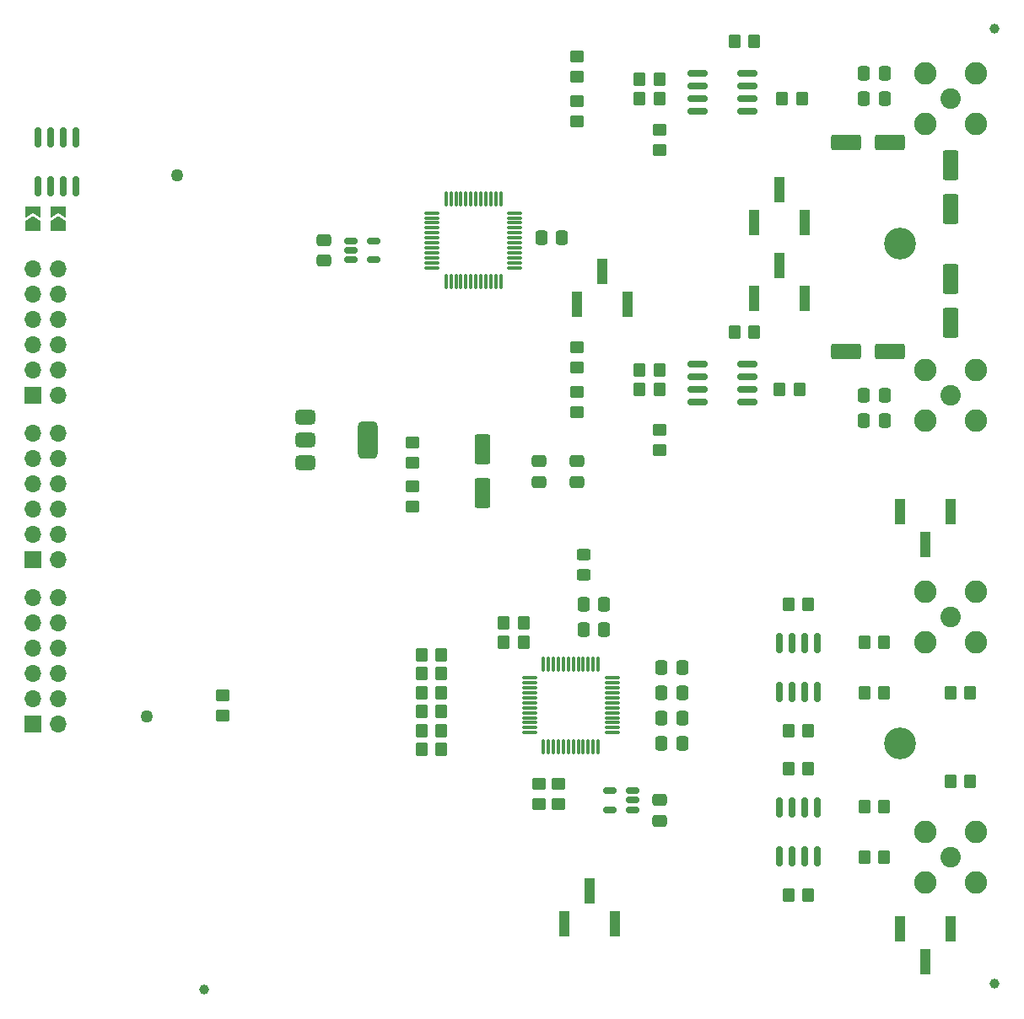
<source format=gts>
%TF.GenerationSoftware,KiCad,Pcbnew,8.0.0*%
%TF.CreationDate,2024-09-02T00:06:45+03:00*%
%TF.ProjectId,ML605_LPC_Board_wADC_DAC,4d4c3630-355f-44c5-9043-5f426f617264,rev?*%
%TF.SameCoordinates,Original*%
%TF.FileFunction,Soldermask,Top*%
%TF.FilePolarity,Negative*%
%FSLAX46Y46*%
G04 Gerber Fmt 4.6, Leading zero omitted, Abs format (unit mm)*
G04 Created by KiCad (PCBNEW 8.0.0) date 2024-09-02 00:06:45*
%MOMM*%
%LPD*%
G01*
G04 APERTURE LIST*
G04 Aperture macros list*
%AMRoundRect*
0 Rectangle with rounded corners*
0 $1 Rounding radius*
0 $2 $3 $4 $5 $6 $7 $8 $9 X,Y pos of 4 corners*
0 Add a 4 corners polygon primitive as box body*
4,1,4,$2,$3,$4,$5,$6,$7,$8,$9,$2,$3,0*
0 Add four circle primitives for the rounded corners*
1,1,$1+$1,$2,$3*
1,1,$1+$1,$4,$5*
1,1,$1+$1,$6,$7*
1,1,$1+$1,$8,$9*
0 Add four rect primitives between the rounded corners*
20,1,$1+$1,$2,$3,$4,$5,0*
20,1,$1+$1,$4,$5,$6,$7,0*
20,1,$1+$1,$6,$7,$8,$9,0*
20,1,$1+$1,$8,$9,$2,$3,0*%
%AMFreePoly0*
4,1,6,1.000000,0.000000,0.500000,-0.750000,-0.500000,-0.750000,-0.500000,0.750000,0.500000,0.750000,1.000000,0.000000,1.000000,0.000000,$1*%
%AMFreePoly1*
4,1,6,0.500000,-0.750000,-0.650000,-0.750000,-0.150000,0.000000,-0.650000,0.750000,0.500000,0.750000,0.500000,-0.750000,0.500000,-0.750000,$1*%
G04 Aperture macros list end*
%ADD10RoundRect,0.150000X0.512500X0.150000X-0.512500X0.150000X-0.512500X-0.150000X0.512500X-0.150000X0*%
%ADD11RoundRect,0.150000X-0.512500X-0.150000X0.512500X-0.150000X0.512500X0.150000X-0.512500X0.150000X0*%
%ADD12C,1.270000*%
%ADD13RoundRect,0.250000X0.475000X-0.337500X0.475000X0.337500X-0.475000X0.337500X-0.475000X-0.337500X0*%
%ADD14RoundRect,0.250000X-0.337500X-0.475000X0.337500X-0.475000X0.337500X0.475000X-0.337500X0.475000X0*%
%ADD15RoundRect,0.250000X0.350000X0.450000X-0.350000X0.450000X-0.350000X-0.450000X0.350000X-0.450000X0*%
%ADD16RoundRect,0.250000X0.337500X0.475000X-0.337500X0.475000X-0.337500X-0.475000X0.337500X-0.475000X0*%
%ADD17R,1.000000X2.510000*%
%ADD18RoundRect,0.250000X0.450000X-0.350000X0.450000X0.350000X-0.450000X0.350000X-0.450000X-0.350000X0*%
%ADD19C,1.000000*%
%ADD20RoundRect,0.250000X-0.475000X0.337500X-0.475000X-0.337500X0.475000X-0.337500X0.475000X0.337500X0*%
%ADD21FreePoly0,90.000000*%
%ADD22FreePoly1,90.000000*%
%ADD23C,3.200000*%
%ADD24RoundRect,0.250000X-0.450000X0.350000X-0.450000X-0.350000X0.450000X-0.350000X0.450000X0.350000X0*%
%ADD25C,2.050000*%
%ADD26C,2.250000*%
%ADD27RoundRect,0.250000X-0.550000X1.250000X-0.550000X-1.250000X0.550000X-1.250000X0.550000X1.250000X0*%
%ADD28RoundRect,0.250000X-0.450000X0.325000X-0.450000X-0.325000X0.450000X-0.325000X0.450000X0.325000X0*%
%ADD29RoundRect,0.250000X-0.350000X-0.450000X0.350000X-0.450000X0.350000X0.450000X-0.350000X0.450000X0*%
%ADD30RoundRect,0.375000X-0.625000X-0.375000X0.625000X-0.375000X0.625000X0.375000X-0.625000X0.375000X0*%
%ADD31RoundRect,0.500000X-0.500000X-1.400000X0.500000X-1.400000X0.500000X1.400000X-0.500000X1.400000X0*%
%ADD32RoundRect,0.250000X-1.250000X-0.550000X1.250000X-0.550000X1.250000X0.550000X-1.250000X0.550000X0*%
%ADD33RoundRect,0.075000X-0.075000X0.662500X-0.075000X-0.662500X0.075000X-0.662500X0.075000X0.662500X0*%
%ADD34RoundRect,0.075000X-0.662500X0.075000X-0.662500X-0.075000X0.662500X-0.075000X0.662500X0.075000X0*%
%ADD35R,1.700000X1.700000*%
%ADD36O,1.700000X1.700000*%
%ADD37RoundRect,0.150000X-0.825000X-0.150000X0.825000X-0.150000X0.825000X0.150000X-0.825000X0.150000X0*%
%ADD38RoundRect,0.250000X0.550000X-1.250000X0.550000X1.250000X-0.550000X1.250000X-0.550000X-1.250000X0*%
%ADD39RoundRect,0.150000X-0.150000X0.825000X-0.150000X-0.825000X0.150000X-0.825000X0.150000X0.825000X0*%
G04 APERTURE END LIST*
D10*
%TO.C,U1*%
X137097500Y-129995000D03*
X137097500Y-129045000D03*
X137097500Y-128095000D03*
X134822500Y-128095000D03*
X134822500Y-129995000D03*
%TD*%
D11*
%TO.C,U2*%
X111062500Y-72850000D03*
X111062500Y-74750000D03*
X108787500Y-74750000D03*
X108787500Y-73800000D03*
X108787500Y-72850000D03*
%TD*%
D12*
%TO.C,J1*%
X91385000Y-66294000D03*
X88335000Y-120674000D03*
%TD*%
D13*
%TO.C,C38*%
X106115000Y-74837500D03*
X106115000Y-72762500D03*
%TD*%
D14*
%TO.C,C29*%
X160322500Y-88405000D03*
X162397500Y-88405000D03*
%TD*%
D15*
%TO.C,R40*%
X139770000Y-56655000D03*
X137770000Y-56655000D03*
%TD*%
D16*
%TO.C,C14*%
X142077500Y-118250000D03*
X140002500Y-118250000D03*
%TD*%
D14*
%TO.C,C12*%
X140002500Y-120790000D03*
X142077500Y-120790000D03*
%TD*%
D15*
%TO.C,R5*%
X117910000Y-116345000D03*
X115910000Y-116345000D03*
%TD*%
%TO.C,R3*%
X117910000Y-114440000D03*
X115910000Y-114440000D03*
%TD*%
D17*
%TO.C,J14*%
X168980000Y-141995000D03*
X166440000Y-145305000D03*
X163900000Y-141995000D03*
%TD*%
D18*
%TO.C,R45*%
X139770000Y-93850000D03*
X139770000Y-91850000D03*
%TD*%
D19*
%TO.C,FID2*%
X173425000Y-147460000D03*
%TD*%
D20*
%TO.C,C37*%
X139770000Y-129045000D03*
X139770000Y-131120000D03*
%TD*%
D21*
%TO.C,JP1*%
X76905000Y-71350000D03*
D22*
X76905000Y-69900000D03*
%TD*%
D15*
%TO.C,R41*%
X139770000Y-58560000D03*
X137770000Y-58560000D03*
%TD*%
D23*
%TO.C,H1*%
X163900000Y-73165000D03*
%TD*%
D24*
%TO.C,R39*%
X131515000Y-88040000D03*
X131515000Y-90040000D03*
%TD*%
%TO.C,R16*%
X127705000Y-127410000D03*
X127705000Y-129410000D03*
%TD*%
D18*
%TO.C,R38*%
X131515000Y-85595000D03*
X131515000Y-83595000D03*
%TD*%
D15*
%TO.C,R11*%
X117910000Y-122060000D03*
X115910000Y-122060000D03*
%TD*%
D25*
%TO.C,J8*%
X168980000Y-58560000D03*
D26*
X166440000Y-56020000D03*
X166440000Y-61100000D03*
X171520000Y-56020000D03*
X171520000Y-61100000D03*
%TD*%
D27*
%TO.C,C1*%
X121990000Y-93825000D03*
X121990000Y-98225000D03*
%TD*%
D18*
%TO.C,R48*%
X95955000Y-120520000D03*
X95955000Y-118520000D03*
%TD*%
D28*
%TO.C,FB1*%
X132141000Y-104398000D03*
X132141000Y-106448000D03*
%TD*%
D19*
%TO.C,FID1*%
X173425000Y-51575000D03*
%TD*%
D15*
%TO.C,R30*%
X162360000Y-118250000D03*
X160360000Y-118250000D03*
%TD*%
D14*
%TO.C,C4*%
X132150000Y-111900000D03*
X134225000Y-111900000D03*
%TD*%
D17*
%TO.C,J2*%
X130245000Y-141495000D03*
X132785000Y-138185000D03*
X135325000Y-141495000D03*
%TD*%
D15*
%TO.C,R26*%
X154740000Y-122060000D03*
X152740000Y-122060000D03*
%TD*%
%TO.C,R43*%
X139770000Y-87770000D03*
X137770000Y-87770000D03*
%TD*%
D20*
%TO.C,C2*%
X127705000Y-94987500D03*
X127705000Y-97062500D03*
%TD*%
D17*
%TO.C,J6*%
X149295000Y-71010000D03*
X151835000Y-67700000D03*
X154375000Y-71010000D03*
%TD*%
D23*
%TO.C,H2*%
X163900000Y-123330000D03*
%TD*%
D15*
%TO.C,R28*%
X162360000Y-134760000D03*
X160360000Y-134760000D03*
%TD*%
D29*
%TO.C,R46*%
X147295000Y-52845000D03*
X149295000Y-52845000D03*
%TD*%
D30*
%TO.C,U3*%
X104235000Y-90550000D03*
X104235000Y-92850000D03*
D31*
X110535000Y-92850000D03*
D30*
X104235000Y-95150000D03*
%TD*%
D15*
%TO.C,R25*%
X154740000Y-125870000D03*
X152740000Y-125870000D03*
%TD*%
D24*
%TO.C,R20*%
X129610000Y-127410000D03*
X129610000Y-129410000D03*
%TD*%
D29*
%TO.C,R50*%
X151835000Y-87770000D03*
X153835000Y-87770000D03*
%TD*%
D32*
%TO.C,C24*%
X158525000Y-63005000D03*
X162925000Y-63005000D03*
%TD*%
D21*
%TO.C,JP2*%
X79445000Y-71350000D03*
D22*
X79445000Y-69900000D03*
%TD*%
D25*
%TO.C,J9*%
X168980000Y-88405000D03*
D26*
X166440000Y-85865000D03*
X166440000Y-90945000D03*
X171520000Y-85865000D03*
X171520000Y-90945000D03*
%TD*%
D29*
%TO.C,R15*%
X124165000Y-113170000D03*
X126165000Y-113170000D03*
%TD*%
D33*
%TO.C,IC1*%
X133630000Y-115357500D03*
X133130000Y-115357500D03*
X132630000Y-115357500D03*
X132130000Y-115357500D03*
X131630000Y-115357500D03*
X131130000Y-115357500D03*
X130630000Y-115357500D03*
X130130000Y-115357500D03*
X129630000Y-115357500D03*
X129130000Y-115357500D03*
X128630000Y-115357500D03*
X128130000Y-115357500D03*
D34*
X126717500Y-116770000D03*
X126717500Y-117270000D03*
X126717500Y-117770000D03*
X126717500Y-118270000D03*
X126717500Y-118770000D03*
X126717500Y-119270000D03*
X126717500Y-119770000D03*
X126717500Y-120270000D03*
X126717500Y-120770000D03*
X126717500Y-121270000D03*
X126717500Y-121770000D03*
X126717500Y-122270000D03*
D33*
X128130000Y-123682500D03*
X128630000Y-123682500D03*
X129130000Y-123682500D03*
X129630000Y-123682500D03*
X130130000Y-123682500D03*
X130630000Y-123682500D03*
X131130000Y-123682500D03*
X131630000Y-123682500D03*
X132130000Y-123682500D03*
X132630000Y-123682500D03*
X133130000Y-123682500D03*
X133630000Y-123682500D03*
D34*
X135042500Y-122270000D03*
X135042500Y-121770000D03*
X135042500Y-121270000D03*
X135042500Y-120770000D03*
X135042500Y-120270000D03*
X135042500Y-119770000D03*
X135042500Y-119270000D03*
X135042500Y-118770000D03*
X135042500Y-118270000D03*
X135042500Y-117770000D03*
X135042500Y-117270000D03*
X135042500Y-116770000D03*
%TD*%
D15*
%TO.C,R42*%
X139770000Y-85865000D03*
X137770000Y-85865000D03*
%TD*%
D18*
%TO.C,R36*%
X131515000Y-56385000D03*
X131515000Y-54385000D03*
%TD*%
D15*
%TO.C,R7*%
X117910000Y-118250000D03*
X115910000Y-118250000D03*
%TD*%
D16*
%TO.C,C30*%
X162397500Y-90945000D03*
X160322500Y-90945000D03*
%TD*%
D19*
%TO.C,FID3*%
X94050000Y-148095000D03*
%TD*%
D27*
%TO.C,C27*%
X168980000Y-76680000D03*
X168980000Y-81080000D03*
%TD*%
D29*
%TO.C,R19*%
X124165000Y-111265000D03*
X126165000Y-111265000D03*
%TD*%
D14*
%TO.C,C5*%
X132150000Y-109360000D03*
X134225000Y-109360000D03*
%TD*%
D24*
%TO.C,R37*%
X131515000Y-58830000D03*
X131515000Y-60830000D03*
%TD*%
D35*
%TO.C,J10*%
X76905000Y-121425000D03*
D36*
X79445000Y-121425000D03*
X76905000Y-118885000D03*
X79445000Y-118885000D03*
X76905000Y-116345000D03*
X79445000Y-116345000D03*
X76905000Y-113805000D03*
X79445000Y-113805000D03*
X76905000Y-111265000D03*
X79445000Y-111265000D03*
X76905000Y-108725000D03*
X79445000Y-108725000D03*
%TD*%
D15*
%TO.C,R27*%
X154740000Y-109360000D03*
X152740000Y-109360000D03*
%TD*%
D16*
%TO.C,C26*%
X162397500Y-56020000D03*
X160322500Y-56020000D03*
%TD*%
D33*
%TO.C,IC4*%
X123855000Y-68650000D03*
X123355000Y-68650000D03*
X122855000Y-68650000D03*
X122355000Y-68650000D03*
X121855000Y-68650000D03*
X121355000Y-68650000D03*
X120855000Y-68650000D03*
X120355000Y-68650000D03*
X119855000Y-68650000D03*
X119355000Y-68650000D03*
X118855000Y-68650000D03*
X118355000Y-68650000D03*
D34*
X116942500Y-70062500D03*
X116942500Y-70562500D03*
X116942500Y-71062500D03*
X116942500Y-71562500D03*
X116942500Y-72062500D03*
X116942500Y-72562500D03*
X116942500Y-73062500D03*
X116942500Y-73562500D03*
X116942500Y-74062500D03*
X116942500Y-74562500D03*
X116942500Y-75062500D03*
X116942500Y-75562500D03*
D33*
X118355000Y-76975000D03*
X118855000Y-76975000D03*
X119355000Y-76975000D03*
X119855000Y-76975000D03*
X120355000Y-76975000D03*
X120855000Y-76975000D03*
X121355000Y-76975000D03*
X121855000Y-76975000D03*
X122355000Y-76975000D03*
X122855000Y-76975000D03*
X123355000Y-76975000D03*
X123855000Y-76975000D03*
D34*
X125267500Y-75562500D03*
X125267500Y-75062500D03*
X125267500Y-74562500D03*
X125267500Y-74062500D03*
X125267500Y-73562500D03*
X125267500Y-73062500D03*
X125267500Y-72562500D03*
X125267500Y-72062500D03*
X125267500Y-71562500D03*
X125267500Y-71062500D03*
X125267500Y-70562500D03*
X125267500Y-70062500D03*
%TD*%
D29*
%TO.C,R32*%
X168980000Y-118250000D03*
X170980000Y-118250000D03*
%TD*%
D14*
%TO.C,C13*%
X140002500Y-115710000D03*
X142077500Y-115710000D03*
%TD*%
D17*
%TO.C,J7*%
X149295000Y-78630000D03*
X151835000Y-75320000D03*
X154375000Y-78630000D03*
%TD*%
D20*
%TO.C,C3*%
X131515000Y-94987500D03*
X131515000Y-97062500D03*
%TD*%
D24*
%TO.C,R2*%
X115005000Y-97565000D03*
X115005000Y-99565000D03*
%TD*%
D25*
%TO.C,J5*%
X168980000Y-110630000D03*
D26*
X166440000Y-108090000D03*
X166440000Y-113170000D03*
X171520000Y-108090000D03*
X171520000Y-113170000D03*
%TD*%
D37*
%TO.C,U4*%
X143645000Y-56020000D03*
X143645000Y-57290000D03*
X143645000Y-58560000D03*
X143645000Y-59830000D03*
X148595000Y-59830000D03*
X148595000Y-58560000D03*
X148595000Y-57290000D03*
X148595000Y-56020000D03*
%TD*%
D17*
%TO.C,J3*%
X131515000Y-79265000D03*
X134055000Y-75955000D03*
X136595000Y-79265000D03*
%TD*%
D18*
%TO.C,R44*%
X139770000Y-63735000D03*
X139770000Y-61735000D03*
%TD*%
D15*
%TO.C,R24*%
X154740000Y-138570000D03*
X152740000Y-138570000D03*
%TD*%
D14*
%TO.C,C25*%
X160322500Y-58560000D03*
X162397500Y-58560000D03*
%TD*%
D15*
%TO.C,R9*%
X117910000Y-120155000D03*
X115910000Y-120155000D03*
%TD*%
%TO.C,R13*%
X117910000Y-123965000D03*
X115910000Y-123965000D03*
%TD*%
D25*
%TO.C,J4*%
X168980000Y-134760000D03*
D26*
X166440000Y-132220000D03*
X166440000Y-137300000D03*
X171520000Y-132220000D03*
X171520000Y-137300000D03*
%TD*%
D29*
%TO.C,R49*%
X152105000Y-58560000D03*
X154105000Y-58560000D03*
%TD*%
D38*
%TO.C,C23*%
X168980000Y-69650000D03*
X168980000Y-65250000D03*
%TD*%
D35*
%TO.C,J12*%
X76905000Y-88405000D03*
D36*
X79445000Y-88405000D03*
X76905000Y-85865000D03*
X79445000Y-85865000D03*
X76905000Y-83325000D03*
X79445000Y-83325000D03*
X76905000Y-80785000D03*
X79445000Y-80785000D03*
X76905000Y-78245000D03*
X79445000Y-78245000D03*
X76905000Y-75705000D03*
X79445000Y-75705000D03*
%TD*%
D39*
%TO.C,U6*%
X81220000Y-62435000D03*
X79950000Y-62435000D03*
X78680000Y-62435000D03*
X77410000Y-62435000D03*
X77410000Y-67385000D03*
X78680000Y-67385000D03*
X79950000Y-67385000D03*
X81220000Y-67385000D03*
%TD*%
D17*
%TO.C,J13*%
X168980000Y-100085000D03*
X166440000Y-103395000D03*
X163900000Y-100085000D03*
%TD*%
D15*
%TO.C,R29*%
X162360000Y-129680000D03*
X160360000Y-129680000D03*
%TD*%
D37*
%TO.C,U5*%
X143645000Y-85230000D03*
X143645000Y-86500000D03*
X143645000Y-87770000D03*
X143645000Y-89040000D03*
X148595000Y-89040000D03*
X148595000Y-87770000D03*
X148595000Y-86500000D03*
X148595000Y-85230000D03*
%TD*%
D29*
%TO.C,R33*%
X168980000Y-127140000D03*
X170980000Y-127140000D03*
%TD*%
D39*
%TO.C,IC3*%
X155645000Y-113235000D03*
X154375000Y-113235000D03*
X153105000Y-113235000D03*
X151835000Y-113235000D03*
X151835000Y-118185000D03*
X153105000Y-118185000D03*
X154375000Y-118185000D03*
X155645000Y-118185000D03*
%TD*%
D35*
%TO.C,J11*%
X76885000Y-104890000D03*
D36*
X79425000Y-104890000D03*
X76885000Y-102350000D03*
X79425000Y-102350000D03*
X76885000Y-99810000D03*
X79425000Y-99810000D03*
X76885000Y-97270000D03*
X79425000Y-97270000D03*
X76885000Y-94730000D03*
X79425000Y-94730000D03*
X76885000Y-92190000D03*
X79425000Y-92190000D03*
%TD*%
D24*
%TO.C,R1*%
X115005000Y-93120000D03*
X115005000Y-95120000D03*
%TD*%
D29*
%TO.C,R47*%
X147295000Y-82055000D03*
X149295000Y-82055000D03*
%TD*%
D32*
%TO.C,C28*%
X158525000Y-83960000D03*
X162925000Y-83960000D03*
%TD*%
D15*
%TO.C,R31*%
X162360000Y-113170000D03*
X160360000Y-113170000D03*
%TD*%
D14*
%TO.C,C15*%
X140002500Y-123330000D03*
X142077500Y-123330000D03*
%TD*%
%TO.C,C18*%
X127937500Y-72530000D03*
X130012500Y-72530000D03*
%TD*%
D39*
%TO.C,IC2*%
X155645000Y-129745000D03*
X154375000Y-129745000D03*
X153105000Y-129745000D03*
X151835000Y-129745000D03*
X151835000Y-134695000D03*
X153105000Y-134695000D03*
X154375000Y-134695000D03*
X155645000Y-134695000D03*
%TD*%
M02*

</source>
